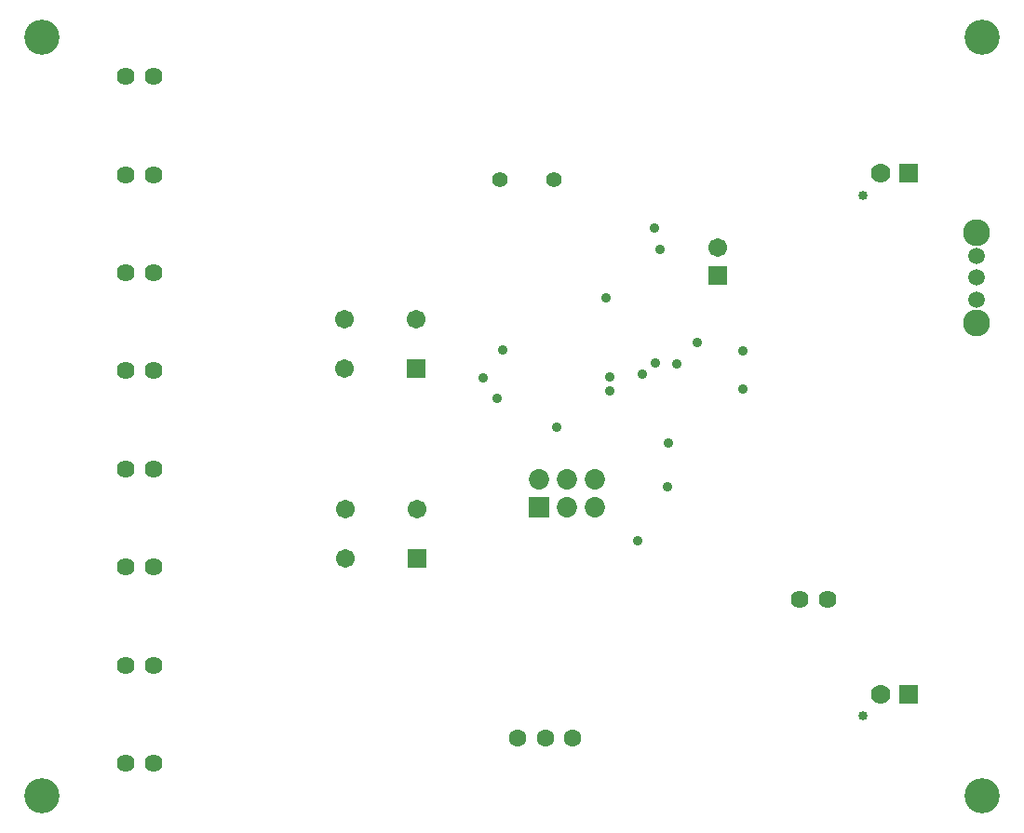
<source format=gbs>
G04*
G04 #@! TF.GenerationSoftware,Altium Limited,Altium Designer,21.9.2 (33)*
G04*
G04 Layer_Color=16711935*
%FSLAX44Y44*%
%MOMM*%
G71*
G04*
G04 #@! TF.SameCoordinates,0E528642-7EEA-4571-B266-ABD313229C03*
G04*
G04*
G04 #@! TF.FilePolarity,Negative*
G04*
G01*
G75*
%ADD41C,1.6032*%
%ADD42C,1.5032*%
%ADD43C,2.4532*%
%ADD44R,1.7032X1.7032*%
%ADD45C,1.7032*%
%ADD46C,1.6192*%
%ADD47R,1.7032X1.7032*%
%ADD48C,1.4032*%
%ADD49R,1.8532X1.8532*%
%ADD50C,1.8532*%
%ADD51R,1.7782X1.7782*%
%ADD52C,1.7782*%
%ADD53C,0.8532*%
%ADD54C,3.2032*%
%ADD55C,0.9032*%
D41*
X502620Y-657380D02*
D03*
X477620D02*
D03*
X452620D02*
D03*
D42*
X870000Y-259000D02*
D03*
Y-239000D02*
D03*
Y-219000D02*
D03*
D43*
Y-280000D02*
D03*
Y-198000D02*
D03*
D44*
X360250Y-321750D02*
D03*
X360840Y-494520D02*
D03*
D45*
X295250Y-321750D02*
D03*
X360250Y-276750D02*
D03*
X295250D02*
D03*
X295840Y-449520D02*
D03*
X360840D02*
D03*
X295840Y-494520D02*
D03*
X634500Y-211600D02*
D03*
D46*
X121090Y-55990D02*
D03*
X95690D02*
D03*
Y-145209D02*
D03*
X121090D02*
D03*
Y-234427D02*
D03*
X95690D02*
D03*
Y-323646D02*
D03*
X121090D02*
D03*
Y-412864D02*
D03*
X95690D02*
D03*
Y-502083D02*
D03*
X121090D02*
D03*
Y-591301D02*
D03*
X95690D02*
D03*
Y-680520D02*
D03*
X121090D02*
D03*
X734330Y-531370D02*
D03*
X708930D02*
D03*
D47*
X634500Y-237000D02*
D03*
D48*
X436420Y-149820D02*
D03*
X485220D02*
D03*
D49*
X472350Y-448050D02*
D03*
D50*
Y-422650D02*
D03*
X497750Y-448050D02*
D03*
Y-422650D02*
D03*
X523150Y-448050D02*
D03*
Y-422650D02*
D03*
D51*
X807990Y-617730D02*
D03*
Y-144020D02*
D03*
D52*
X782990Y-617730D02*
D03*
Y-144020D02*
D03*
D53*
X766990Y-637730D02*
D03*
Y-164020D02*
D03*
D54*
X875000Y-20000D02*
D03*
Y-710000D02*
D03*
X20000D02*
D03*
Y-20000D02*
D03*
D55*
X421000Y-330000D02*
D03*
X657500Y-305250D02*
D03*
X597250Y-317000D02*
D03*
X577750Y-316750D02*
D03*
X532750Y-257250D02*
D03*
X657750Y-340250D02*
D03*
X562000Y-478500D02*
D03*
X439250Y-305000D02*
D03*
X565750Y-327000D02*
D03*
X536500Y-329250D02*
D03*
X434000Y-348500D02*
D03*
X536250Y-342000D02*
D03*
X582500Y-213250D02*
D03*
X590000Y-389500D02*
D03*
X589250Y-428750D02*
D03*
X577250Y-193500D02*
D03*
X616250Y-297500D02*
D03*
X487750Y-375000D02*
D03*
M02*

</source>
